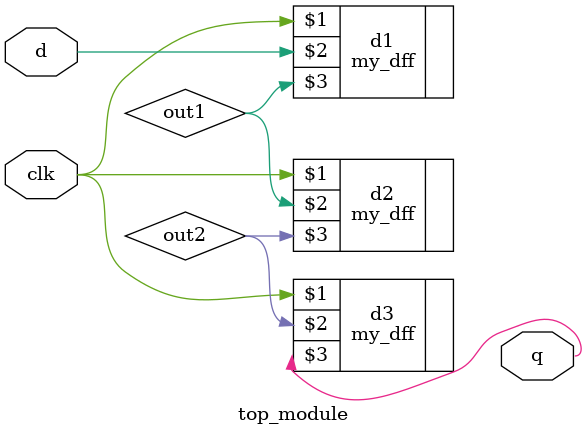
<source format=v>
module top_module ( input clk, input d, output q );
    wire out1, out2;
    my_dff d1(clk, d, out1);
    my_dff d2(clk, out1, out2);
    my_dff d3(clk, out2, q);
endmodule

</source>
